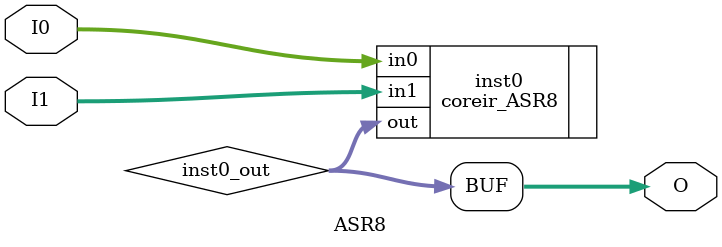
<source format=v>
module ASR8 (input [7:0] I0, input [7:0] I1, output [7:0] O);
wire [7:0] inst0_out;
coreir_ASR8 inst0 (.in0(I0), .in1(I1), .out(inst0_out));
assign O = inst0_out;
endmodule


</source>
